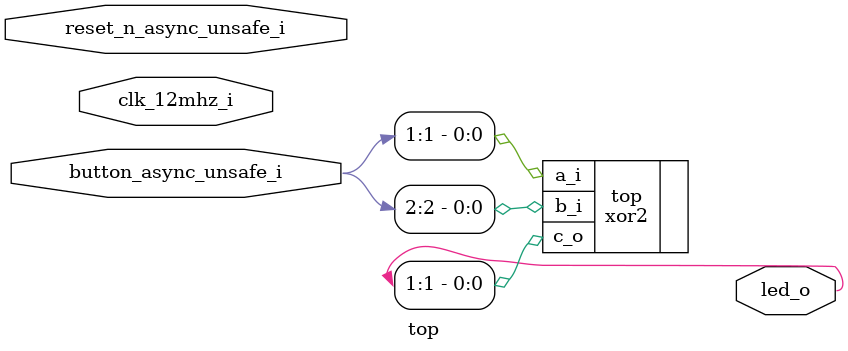
<source format=sv>
module top
  (input [0:0] clk_12mhz_i
  ,input [0:0] reset_n_async_unsafe_i
   // n: Negative Polarity (0 when pressed, 1 otherwise)
   // async: Not synchronized to clock
   // unsafe: Not De-Bounced
  ,input [3:1] button_async_unsafe_i
   // async: Not synchronized to clock
   // unsafe: Not De-Bounced
  ,output [5:1] led_o);

  // For this lab, instantiate your xor2 gate. Using two wires from
  // btn_async_unsafe_i, drive an output wire in led_o.
  //
  // Your code goes here
xor2
top
(.a_i(button_async_unsafe_i[1]), .b_i(button_async_unsafe_i[2]), .c_o(led_o[1]));
endmodule

</source>
